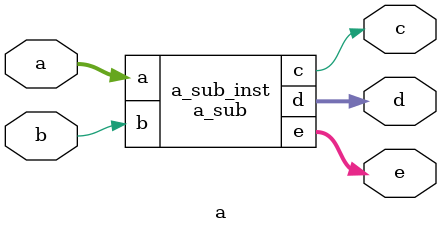
<source format=v>
module dft_obs_ctrl_comb(Q, D, CP, HOLD);
output Q;
input  D;
input  CP;
input  HOLD;

  mx21x2pdv U1MUX ( .Z(Q), .D0(D), .D1(n1), .S0(HOLD) );
  df1qpdv   U2FF  ( .Q(n1), .D(Q), .CP(CP));

endmodule


module dft_obs_ctrl_ff(Q, D, CP, HOLD);
output Q;
input  D;
input  CP;
input  HOLD;

  mx21x2pdv U1MUX ( .Z(n1), .D0(D), .D1(Q), .S0(HOLD) );
  df1qpdv   U2FF  ( .Q(Q), .D(n1), .CP(CP) );

endmodule

module a_sub (a, b, c, d, e);
input [3:0] a;
input b;
output c;
output [2:0] d;
output [1:0] e;

endmodule


module a (a, b, c, d, e);
input [3:0] a;
input b;
output c;
output [2:0] d;
output [1:0] e;


 a_sub a_sub_inst ( .a(a), .b(b), .c(c), .d(d), .e(e));

endmodule




</source>
